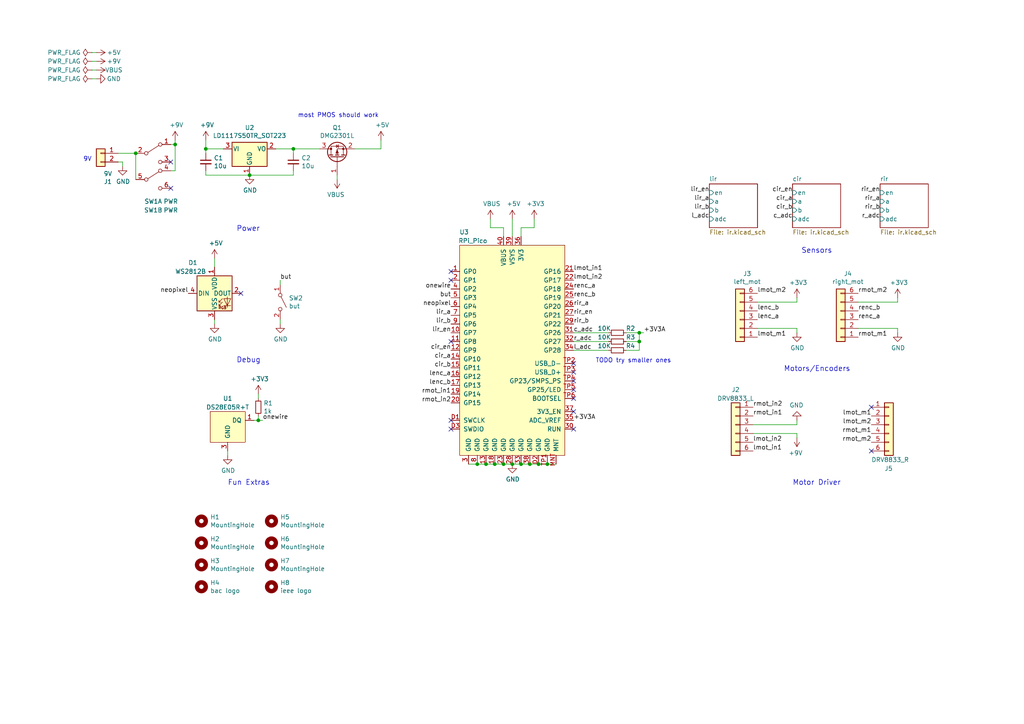
<source format=kicad_sch>
(kicad_sch (version 20211123) (generator eeschema)
  (paper "A4")
  (title_block (title "MMv3") (rev "1"))
  (lib_symbols
    (symbol "Connector_Generic:Conn_01x02" (pin_names (offset 1.016) hide)
      (property "Reference" "J" (at 0 2.54 0))
      (property "Value" "Conn_01x02" (at 0 -5.08 0))
      (symbol "Conn_01x02_1_1"
        (rectangle (start -1.27 -2.413) (end 0 -2.667) (stroke (width 0.1524)))
        (rectangle (start -1.27 0.127) (end 0 -0.127) (stroke (width 0.1524)))
        (rectangle (start -1.27 1.27) (end 1.27 -3.81) (stroke (width 0.254)) (fill (type background)))
        (pin passive line (at -5.08 0 0) (length 3.81) (name "Pin_1") (number "1"))
        (pin passive line (at -5.08 -2.54 0) (length 3.81) (name "Pin_2") (number "2"))
      )
    )
    (symbol "Connector_Generic:Conn_01x06" (pin_names (offset 1.016) hide)
      (property "Reference" "J" (at 0 7.62 0))
      (property "Value" "Conn_01x06" (at 0 -10.16 0))
      (symbol "Conn_01x06_1_1"
        (rectangle (start -1.27 -7.493) (end 0 -7.747) (stroke (width 0.1524)))
        (rectangle (start -1.27 -4.953) (end 0 -5.207) (stroke (width 0.1524)))
        (rectangle (start -1.27 -2.413) (end 0 -2.667) (stroke (width 0.1524)))
        (rectangle (start -1.27 0.127) (end 0 -0.127) (stroke (width 0.1524)))
        (rectangle (start -1.27 2.667) (end 0 2.413) (stroke (width 0.1524)))
        (rectangle (start -1.27 5.207) (end 0 4.953) (stroke (width 0.1524)))
        (rectangle (start -1.27 6.35) (end 1.27 -8.89) (stroke (width 0.254)) (fill (type background)))
        (pin passive line (at -5.08 5.08 0) (length 3.81) (name "Pin_1") (number "1"))
        (pin passive line (at -5.08 2.54 0) (length 3.81) (name "Pin_2") (number "2"))
        (pin passive line (at -5.08 0 0) (length 3.81) (name "Pin_3") (number "3"))
        (pin passive line (at -5.08 -2.54 0) (length 3.81) (name "Pin_4") (number "4"))
        (pin passive line (at -5.08 -5.08 0) (length 3.81) (name "Pin_5") (number "5"))
        (pin passive line (at -5.08 -7.62 0) (length 3.81) (name "Pin_6") (number "6"))
      )
    )
    (symbol "Device:C_Small" (pin_numbers hide) (pin_names (offset 0.254) hide)
      (property "Reference" "C" (at 0.254 1.778 0))
      (property "Value" "C_Small" (at 0.254 -2.032 0))
      (symbol "C_Small_0_1"
        (polyline (pts (xy -1.524 -0.508) (xy 1.524 -0.508)) (stroke (width 0.3302)))
        (polyline (pts (xy -1.524 0.508) (xy 1.524 0.508)) (stroke (width 0.3048)))
      )
      (symbol "C_Small_1_1"
        (pin passive line (at 0 2.54 270) (length 2.032) (name "~") (number "1"))
        (pin passive line (at 0 -2.54 90) (length 2.032) (name "~") (number "2"))
      )
    )
    (symbol "Device:R_Small" (pin_numbers hide) (pin_names (offset 0.254) hide)
      (property "Reference" "R" (at 0.762 0.508 0))
      (property "Value" "R_Small" (at 0.762 -1.016 0))
      (symbol "R_Small_0_1"
        (rectangle (start -0.762 1.778) (end 0.762 -1.778) (stroke (width 0.2032)))
      )
      (symbol "R_Small_1_1"
        (pin passive line (at 0 2.54 270) (length 0.762) (name "~") (number "1"))
        (pin passive line (at 0 -2.54 90) (length 0.762) (name "~") (number "2"))
      )
    )
    (symbol "LED:WS2812B" (pin_names (offset 0.254))
      (property "Reference" "D" (at 5.08 5.715 0))
      (property "Value" "WS2812B" (at 1.27 -5.715 0))
      (symbol "WS2812B_0_0"
        (text "RGB" (at 2.286 -4.191 0) (effects (font (size 0.762 0.762))))
      )
      (symbol "WS2812B_0_1"
        (polyline (pts (xy 1.27 -3.556) (xy 1.778 -3.556)))
        (polyline (pts (xy 1.27 -2.54) (xy 1.778 -2.54)))
        (polyline (pts (xy 4.699 -3.556) (xy 2.667 -3.556)))
        (polyline (pts (xy 2.286 -2.54) (xy 1.27 -3.556) (xy 1.27 -3.048)))
        (polyline (pts (xy 2.286 -1.524) (xy 1.27 -2.54) (xy 1.27 -2.032)))
        (polyline (pts (xy 3.683 -1.016) (xy 3.683 -3.556) (xy 3.683 -4.064)))
        (polyline (pts (xy 4.699 -1.524) (xy 2.667 -1.524) (xy 3.683 -3.556) (xy 4.699 -1.524)))
        (rectangle (start 5.08 5.08) (end -5.08 -5.08) (stroke (width 0.254)) (fill (type background)))
      )
      (symbol "WS2812B_1_1"
        (pin power_in line (at 0 7.62 270) (length 2.54) (name "VDD") (number "1"))
        (pin output line (at 7.62 0 180) (length 2.54) (name "DOUT") (number "2"))
        (pin power_in line (at 0 -7.62 90) (length 2.54) (name "VSS") (number "3"))
        (pin input line (at -7.62 0 0) (length 2.54) (name "DIN") (number "4"))
      )
    )
    (symbol "Mechanical:MountingHole" (pin_names (offset 1.016))
      (property "Reference" "H" (at 0 5.08 0))
      (property "Value" "MountingHole" (at 0 3.175 0))
      (symbol "MountingHole_0_1"
        (circle (center 0 0) (radius 1.27) (stroke (width 1.27)))
      )
    )
    (symbol "Regulator_Linear:LD1117S50TR_SOT223" (pin_names (offset 0.254))
      (property "Reference" "U" (at -3.81 3.175 0))
      (property "Value" "LD1117S50TR_SOT223" (at 0 3.175 0))
      (symbol "LD1117S50TR_SOT223_0_1"
        (rectangle (start -5.08 -5.08) (end 5.08 1.905) (stroke (width 0.254)) (fill (type background)))
      )
      (symbol "LD1117S50TR_SOT223_1_1"
        (pin power_in line (at 0 -7.62 90) (length 2.54) (name "GND") (number "1"))
        (pin power_out line (at 7.62 0 180) (length 2.54) (name "VO") (number "2"))
        (pin power_in line (at -7.62 0 0) (length 2.54) (name "VI") (number "3"))
      )
    )
    (symbol "Switch:SW_DPDT_x2" (pin_names (offset 0) hide)
      (property "Reference" "SW" (at 0 4.318 0))
      (property "Value" "SW_DPDT_x2" (at 0 -5.08 0))
      (symbol "SW_DPDT_x2_0_0"
        (circle (center -2.032 0) (radius 0.508))
        (circle (center 2.032 -2.54) (radius 0.508))
      )
      (symbol "SW_DPDT_x2_0_1"
        (polyline (pts (xy -1.524 0.254) (xy 1.651 2.286)))
        (circle (center 2.032 2.54) (radius 0.508))
      )
      (symbol "SW_DPDT_x2_1_1"
        (pin passive line (at 5.08 2.54 180) (length 2.54) (name "A") (number "1"))
        (pin passive line (at -5.08 0 0) (length 2.54) (name "B") (number "2"))
        (pin passive line (at 5.08 -2.54 180) (length 2.54) (name "C") (number "3"))
      )
      (symbol "SW_DPDT_x2_2_1"
        (pin passive line (at 5.08 2.54 180) (length 2.54) (name "A") (number "4"))
        (pin passive line (at -5.08 0 0) (length 2.54) (name "B") (number "5"))
        (pin passive line (at 5.08 -2.54 180) (length 2.54) (name "C") (number "6"))
      )
    )
    (symbol "Switch:SW_SPST" (pin_names (offset 0) hide)
      (property "Reference" "SW" (at 0 3.175 0))
      (property "Value" "SW_SPST" (at 0 -2.54 0))
      (symbol "SW_SPST_0_0"
        (circle (center -2.032 0) (radius 0.508))
        (polyline (pts (xy -1.524 0.254) (xy 1.524 1.778)))
        (circle (center 2.032 0) (radius 0.508))
      )
      (symbol "SW_SPST_1_1"
        (pin passive line (at -5.08 0 0) (length 2.54) (name "A") (number "1"))
        (pin passive line (at 5.08 0 180) (length 2.54) (name "B") (number "2"))
      )
    )
    (symbol "Transistor_FET:DMG2301L" (pin_names hide)
      (property "Reference" "Q" (at 5.08 1.905 0))
      (property "Value" "DMG2301L" (at 5.08 0 0))
      (symbol "DMG2301L_0_1"
        (polyline (pts (xy 0.254 0) (xy -2.54 0)))
        (polyline (pts (xy 0.254 1.905) (xy 0.254 -1.905)) (stroke (width 0.254)))
        (polyline (pts (xy 0.762 -1.27) (xy 0.762 -2.286)) (stroke (width 0.254)))
        (polyline (pts (xy 0.762 0.508) (xy 0.762 -0.508)) (stroke (width 0.254)))
        (polyline (pts (xy 0.762 2.286) (xy 0.762 1.27)) (stroke (width 0.254)))
        (polyline (pts (xy 2.54 2.54) (xy 2.54 1.778)))
        (polyline (pts (xy 2.54 -2.54) (xy 2.54 0) (xy 0.762 0)))
        (polyline (pts (xy 0.762 1.778) (xy 3.302 1.778) (xy 3.302 -1.778) (xy 0.762 -1.778)))
        (polyline (pts (xy 2.286 0) (xy 1.27 0.381) (xy 1.27 -0.381) (xy 2.286 0)) (fill (type outline)))
        (polyline (pts (xy 2.794 -0.508) (xy 2.921 -0.381) (xy 3.683 -0.381) (xy 3.81 -0.254)))
        (polyline (pts (xy 3.302 -0.381) (xy 2.921 0.254) (xy 3.683 0.254) (xy 3.302 -0.381)))
        (circle (center 1.651 0) (radius 2.794) (stroke (width 0.254)))
        (circle (center 2.54 -1.778) (radius 0.254) (fill (type outline)))
        (circle (center 2.54 1.778) (radius 0.254) (fill (type outline)))
      )
      (symbol "DMG2301L_1_1"
        (pin input line (at -5.08 0 0) (length 2.54) (name "G") (number "1"))
        (pin passive line (at 2.54 -5.08 90) (length 2.54) (name "S") (number "2"))
        (pin passive line (at 2.54 5.08 270) (length 2.54) (name "D") (number "3"))
      )
    )
    (symbol "extraparts:DS28E05R+T" (pin_names (offset 1.016))
      (property "Reference" "U" (at 0 6.35 0))
      (property "Value" "extraparts_DS28E05R+T" (at 0 3.81 0))
      (symbol "DS28E05R+T_0_1"
        (rectangle (start 5.08 -6.35) (end -5.08 2.54) (fill (type background)))
      )
      (symbol "DS28E05R+T_1_1"
        (pin bidirectional line (at 7.62 0 180) (length 2.54) (name "DQ") (number "1"))
        (pin no_connect line (at -5.08 0 0) (length 2.54) hide (name "NC") (number "2"))
        (pin bidirectional line (at 0 -8.89 90) (length 2.54) (name "GND") (number "3"))
      )
    )
    (symbol "extraparts:RPi_Pico" (pin_names (offset 1.016))
      (property "Reference" "U" (at -13.97 34.29 0))
      (property "Value" "extraparts_RPi_Pico" (at -11.43 31.75 0))
      (symbol "RPi_Pico_0_1"
        (rectangle (start -15.24 -30.48) (end 15.24 30.48) (fill (type background)))
      )
      (symbol "RPi_Pico_1_1"
        (pin bidirectional line (at -17.78 22.86 0) (length 2.54) (name "GP0") (number "1"))
        (pin bidirectional line (at -17.78 5.08 0) (length 2.54) (name "GP7") (number "10"))
        (pin bidirectional line (at -17.78 2.54 0) (length 2.54) (name "GP8") (number "11"))
        (pin bidirectional line (at -17.78 0 0) (length 2.54) (name "GP9") (number "12"))
        (pin power_in line (at -7.62 -33.02 90) (length 2.54) (name "GND") (number "13"))
        (pin bidirectional line (at -17.78 -2.54 0) (length 2.54) (name "GP10") (number "14"))
        (pin bidirectional line (at -17.78 -5.08 0) (length 2.54) (name "GP11") (number "15"))
        (pin bidirectional line (at -17.78 -7.62 0) (length 2.54) (name "GP12") (number "16"))
        (pin bidirectional line (at -17.78 -10.16 0) (length 2.54) (name "GP13") (number "17"))
        (pin power_in line (at -5.08 -33.02 90) (length 2.54) (name "GND") (number "18"))
        (pin bidirectional line (at -17.78 -12.7 0) (length 2.54) (name "GP14") (number "19"))
        (pin bidirectional line (at -17.78 20.32 0) (length 2.54) (name "GP1") (number "2"))
        (pin bidirectional line (at -17.78 -15.24 0) (length 2.54) (name "GP15") (number "20"))
        (pin bidirectional line (at 17.78 22.86 180) (length 2.54) (name "GP16") (number "21"))
        (pin bidirectional line (at 17.78 20.32 180) (length 2.54) (name "GP17") (number "22"))
        (pin power_in line (at -2.54 -33.02 90) (length 2.54) (name "GND") (number "23"))
        (pin bidirectional line (at 17.78 17.78 180) (length 2.54) (name "GP18") (number "24"))
        (pin bidirectional line (at 17.78 15.24 180) (length 2.54) (name "GP19") (number "25"))
        (pin bidirectional line (at 17.78 12.7 180) (length 2.54) (name "GP20") (number "26"))
        (pin bidirectional line (at 17.78 10.16 180) (length 2.54) (name "GP21") (number "27"))
        (pin power_in line (at 0 -33.02 90) (length 2.54) (name "GND") (number "28"))
        (pin bidirectional line (at 17.78 7.62 180) (length 2.54) (name "GP22") (number "29"))
        (pin power_in line (at -12.7 -33.02 90) (length 2.54) (name "GND") (number "3"))
        (pin input line (at 17.78 -22.86 180) (length 2.54) (name "RUN") (number "30"))
        (pin bidirectional line (at 17.78 5.08 180) (length 2.54) (name "GP26") (number "31"))
        (pin bidirectional line (at 17.78 2.54 180) (length 2.54) (name "GP27") (number "32"))
        (pin power_in line (at 2.54 -33.02 90) (length 2.54) (name "GND") (number "33"))
        (pin bidirectional line (at 17.78 0 180) (length 2.54) (name "GP28") (number "34"))
        (pin input line (at 17.78 -20.32 180) (length 2.54) (name "ADC_VREF") (number "35"))
        (pin power_out line (at 2.54 33.02 270) (length 2.54) (name "3V3") (number "36"))
        (pin input line (at 17.78 -17.78 180) (length 2.54) (name "3V3_EN") (number "37"))
        (pin power_in line (at 5.08 -33.02 90) (length 2.54) (name "GND") (number "38"))
        (pin power_in line (at 0 33.02 270) (length 2.54) (name "VSYS") (number "39"))
        (pin bidirectional line (at -17.78 17.78 0) (length 2.54) (name "GP2") (number "4"))
        (pin power_in line (at -2.54 33.02 270) (length 2.54) (name "VBUS") (number "40"))
        (pin bidirectional line (at -17.78 15.24 0) (length 2.54) (name "GP3") (number "5"))
        (pin bidirectional line (at -17.78 12.7 0) (length 2.54) (name "GP4") (number "6"))
        (pin bidirectional line (at -17.78 10.16 0) (length 2.54) (name "GP5") (number "7"))
        (pin power_in line (at -10.16 -33.02 90) (length 2.54) (name "GND") (number "8"))
        (pin bidirectional line (at -17.78 7.62 0) (length 2.54) (name "GP6") (number "9"))
        (pin input line (at -17.78 -20.32 0) (length 2.54) (name "SWCLK") (number "D1"))
        (pin power_in line (at 7.62 -33.02 90) (length 2.54) (name "GND") (number "D2"))
        (pin bidirectional line (at -17.78 -22.86 0) (length 2.54) (name "SWDIO") (number "D3"))
        (pin input line (at 12.7 -33.02 90) (length 2.54) (name "MNT") (number "MNT"))
        (pin power_in line (at 10.16 -33.02 90) (length 2.54) (name "GND") (number "TP1"))
        (pin bidirectional line (at 17.78 -3.81 180) (length 2.54) (name "USB_D-") (number "TP2"))
        (pin bidirectional line (at 17.78 -6.35 180) (length 2.54) (name "USB_D+") (number "TP3"))
        (pin bidirectional line (at 17.78 -8.89 180) (length 2.54) (name "GP23/SMPS_PS") (number "TP4"))
        (pin bidirectional line (at 17.78 -11.43 180) (length 2.54) (name "GP25/LED") (number "TP5"))
        (pin input line (at 17.78 -13.97 180) (length 2.54) (name "BOOTSEL") (number "TP6"))
      )
    )
    (symbol "power:+3V3" (power) (pin_names (offset 0))
      (property "Value" "+3V3" (at 0 3.556 0))
      (symbol "+3V3_0_1"
        (polyline (pts (xy -0.762 1.27) (xy 0 2.54)))
        (polyline (pts (xy 0 0) (xy 0 2.54)))
        (polyline (pts (xy 0 2.54) (xy 0.762 1.27)))
      )
      (symbol "+3V3_1_1"
        (pin power_in line (at 0 0 90) (length 0) hide (name "+3V3") (number "1"))
      )
    )
    (symbol "power:+5V" (power) (pin_names (offset 0))
      (property "Value" "+5V" (at 0 3.556 0))
      (symbol "+5V_0_1"
        (polyline (pts (xy -0.762 1.27) (xy 0 2.54)))
        (polyline (pts (xy 0 0) (xy 0 2.54)))
        (polyline (pts (xy 0 2.54) (xy 0.762 1.27)))
      )
      (symbol "+5V_1_1"
        (pin power_in line (at 0 0 90) (length 0) hide (name "+5V") (number "1"))
      )
    )
    (symbol "power:+9V" (power) (pin_names (offset 0))
      (property "Value" "+9V" (at 0 3.556 0))
      (symbol "+9V_0_1"
        (polyline (pts (xy -0.762 1.27) (xy 0 2.54)))
        (polyline (pts (xy 0 0) (xy 0 2.54)))
        (polyline (pts (xy 0 2.54) (xy 0.762 1.27)))
      )
      (symbol "+9V_1_1"
        (pin power_in line (at 0 0 90) (length 0) hide (name "+9V") (number "1"))
      )
    )
    (symbol "power:GND" (power) (pin_names (offset 0))
      (property "Value" "GND" (at 0 -3.81 0))
      (symbol "GND_0_1"
        (polyline (pts (xy 0 0) (xy 0 -1.27) (xy 1.27 -1.27) (xy 0 -2.54) (xy -1.27 -1.27) (xy 0 -1.27)))
      )
      (symbol "GND_1_1"
        (pin power_in line (at 0 0 270) (length 0) hide (name "GND") (number "1"))
      )
    )
    (symbol "power:PWR_FLAG" (power) (pin_numbers hide) (pin_names (offset 0) hide)
      (property "Value" "PWR_FLAG" (at 0 3.81 0))
      (symbol "PWR_FLAG_0_0"
        (pin power_out line (at 0 0 90) (length 0) (name "pwr") (number "1"))
      )
      (symbol "PWR_FLAG_0_1"
        (polyline (pts (xy 0 0) (xy 0 1.27) (xy -1.016 1.905) (xy 0 2.54) (xy 1.016 1.905) (xy 0 1.27)))
      )
    )
    (symbol "power:VBUS" (power) (pin_names (offset 0))
      (property "Value" "VBUS" (at 0 3.81 0))
      (symbol "VBUS_0_1"
        (polyline (pts (xy -0.762 1.27) (xy 0 2.54)))
        (polyline (pts (xy 0 0) (xy 0 2.54)))
        (polyline (pts (xy 0 2.54) (xy 0.762 1.27)))
      )
      (symbol "VBUS_1_1"
        (pin power_in line (at 0 0 90) (length 0) hide (name "VBUS") (number "1"))
      )
    )
  )
  (junction (at 185.42 96.52))
  (junction (at 185.42 99.06))
  (junction (at 50.8 41.91))
  (junction (at 151.13 134.62))
  (junction (at 39.37 44.45))
  (junction (at 143.51 134.62))
  (junction (at 158.75 134.62))
  (junction (at 138.43 134.62))
  (junction (at 74.93 121.92))
  (junction (at 59.69 43.18))
  (junction (at 156.21 134.62))
  (junction (at 72.39 50.8))
  (junction (at 85.09 43.18))
  (junction (at 153.67 134.62))
  (junction (at 140.97 134.62))
  (junction (at 146.05 134.62))
  (junction (at 148.59 134.62))
  (no_connect (at 166.37 124.46))
  (no_connect (at 130.81 81.28))
  (no_connect (at 49.53 54.61))
  (no_connect (at 130.81 78.74))
  (no_connect (at 166.37 107.95))
  (no_connect (at 69.85 85.09))
  (no_connect (at 166.37 115.57))
  (no_connect (at 49.53 46.99))
  (no_connect (at 130.81 99.06))
  (no_connect (at 252.73 118.11))
  (no_connect (at 166.37 105.41))
  (no_connect (at 166.37 113.03))
  (no_connect (at 166.37 110.49))
  (no_connect (at 130.81 124.46))
  (no_connect (at 130.81 121.92))
  (no_connect (at 252.73 130.81))
  (no_connect (at 166.37 119.38))
  (wire (pts (xy 76.2 121.92) (xy 74.93 121.92)))
  (wire (pts (xy 142.24 66.04) (xy 146.05 66.04)))
  (wire (pts (xy 231.14 95.25) (xy 219.71 95.25)))
  (wire (pts (xy 143.51 134.62) (xy 146.05 134.62)))
  (wire (pts (xy 74.93 120.65) (xy 74.93 121.92)))
  (wire (pts (xy 219.71 87.63) (xy 231.14 87.63)))
  (wire (pts (xy 153.67 134.62) (xy 156.21 134.62)))
  (wire (pts (xy 35.56 48.26) (xy 35.56 46.99)))
  (wire (pts (xy 158.75 134.62) (xy 161.29 134.62)))
  (wire (pts (xy 231.14 125.73) (xy 231.14 127)))
  (wire (pts (xy 248.92 87.63) (xy 260.35 87.63)))
  (wire (pts (xy 35.56 46.99) (xy 34.29 46.99)))
  (wire (pts (xy 27.94 17.78) (xy 26.67 17.78)))
  (wire (pts (xy 148.59 68.58) (xy 148.59 63.5)))
  (wire (pts (xy 231.14 87.63) (xy 231.14 86.36)))
  (wire (pts (xy 97.79 50.8) (xy 97.79 52.07)))
  (wire (pts (xy 26.67 20.32) (xy 27.94 20.32)))
  (wire (pts (xy 59.69 43.18) (xy 64.77 43.18)))
  (wire (pts (xy 151.13 66.04) (xy 154.94 66.04)))
  (wire (pts (xy 186.69 96.52) (xy 185.42 96.52)))
  (wire (pts (xy 185.42 99.06) (xy 185.42 96.52)))
  (wire (pts (xy 85.09 44.45) (xy 85.09 43.18)))
  (wire (pts (xy 166.37 96.52) (xy 176.53 96.52)))
  (wire (pts (xy 166.37 101.6) (xy 176.53 101.6)))
  (wire (pts (xy 59.69 49.53) (xy 59.69 50.8)))
  (wire (pts (xy 148.59 134.62) (xy 151.13 134.62)))
  (wire (pts (xy 72.39 50.8) (xy 85.09 50.8)))
  (wire (pts (xy 151.13 134.62) (xy 153.67 134.62)))
  (wire (pts (xy 151.13 68.58) (xy 151.13 66.04)))
  (wire (pts (xy 62.23 74.93) (xy 62.23 77.47)))
  (wire (pts (xy 102.87 43.18) (xy 110.49 43.18)))
  (wire (pts (xy 181.61 99.06) (xy 185.42 99.06)))
  (wire (pts (xy 85.09 50.8) (xy 85.09 49.53)))
  (wire (pts (xy 59.69 40.64) (xy 59.69 43.18)))
  (wire (pts (xy 85.09 43.18) (xy 80.01 43.18)))
  (wire (pts (xy 181.61 101.6) (xy 185.42 101.6)))
  (wire (pts (xy 49.53 49.53) (xy 50.8 49.53)))
  (wire (pts (xy 185.42 101.6) (xy 185.42 99.06)))
  (wire (pts (xy 59.69 44.45) (xy 59.69 43.18)))
  (wire (pts (xy 81.28 81.28) (xy 81.28 82.55)))
  (wire (pts (xy 34.29 44.45) (xy 39.37 44.45)))
  (wire (pts (xy 146.05 134.62) (xy 148.59 134.62)))
  (wire (pts (xy 66.04 132.08) (xy 66.04 130.81)))
  (wire (pts (xy 26.67 22.86) (xy 27.94 22.86)))
  (wire (pts (xy 231.14 121.92) (xy 231.14 123.19)))
  (wire (pts (xy 39.37 52.07) (xy 39.37 44.45)))
  (wire (pts (xy 231.14 96.52) (xy 231.14 95.25)))
  (wire (pts (xy 146.05 66.04) (xy 146.05 68.58)))
  (wire (pts (xy 260.35 96.52) (xy 260.35 95.25)))
  (wire (pts (xy 260.35 95.25) (xy 248.92 95.25)))
  (wire (pts (xy 135.89 134.62) (xy 138.43 134.62)))
  (wire (pts (xy 27.94 15.24) (xy 26.67 15.24)))
  (wire (pts (xy 59.69 50.8) (xy 72.39 50.8)))
  (wire (pts (xy 231.14 123.19) (xy 218.44 123.19)))
  (wire (pts (xy 218.44 125.73) (xy 231.14 125.73)))
  (wire (pts (xy 260.35 87.63) (xy 260.35 86.36)))
  (wire (pts (xy 140.97 134.62) (xy 143.51 134.62)))
  (wire (pts (xy 62.23 93.98) (xy 62.23 92.71)))
  (wire (pts (xy 138.43 134.62) (xy 140.97 134.62)))
  (wire (pts (xy 74.93 115.57) (xy 74.93 114.3)))
  (wire (pts (xy 92.71 43.18) (xy 85.09 43.18)))
  (wire (pts (xy 74.93 121.92) (xy 73.66 121.92)))
  (wire (pts (xy 156.21 134.62) (xy 158.75 134.62)))
  (wire (pts (xy 50.8 49.53) (xy 50.8 41.91)))
  (wire (pts (xy 154.94 66.04) (xy 154.94 63.5)))
  (wire (pts (xy 142.24 63.5) (xy 142.24 66.04)))
  (wire (pts (xy 110.49 43.18) (xy 110.49 40.64)))
  (wire (pts (xy 181.61 96.52) (xy 185.42 96.52)))
  (wire (pts (xy 166.37 99.06) (xy 176.53 99.06)))
  (wire (pts (xy 50.8 40.64) (xy 50.8 41.91)))
  (wire (pts (xy 50.8 41.91) (xy 49.53 41.91)))
  (wire (pts (xy 81.28 93.98) (xy 81.28 92.71)))
  (text "TODO try smaller ones" (at 172.72 105.41 0) (effects (font (size 1.27 1.27)) (justify left bottom)))
  (text "Motor Driver" (at 229.87 140.97 0) (effects (font (size 1.4986 1.4986)) (justify left bottom)))
  (text "Sensors" (at 232.41 73.66 0) (effects (font (size 1.4986 1.4986)) (justify left bottom)))
  (text "Power" (at 68.58 67.31 0) (effects (font (size 1.4986 1.4986)) (justify left bottom)))
  (text "Motors/Encoders" (at 227.33 107.95 0) (effects (font (size 1.4986 1.4986)) (justify left bottom)))
  (text "9V" (at 24.13 46.99 0) (effects (font (size 1.27 1.27)) (justify left bottom)))
  (text "most PMOS should work" (at 86.36 34.29 0) (effects (font (size 1.27 1.27)) (justify left bottom)))
  (text "Debug" (at 68.58 105.41 0) (effects (font (size 1.4986 1.4986)) (justify left bottom)))
  (text "Fun Extras" (at 66.04 140.97 0) (effects (font (size 1.4986 1.4986)) (justify left bottom)))
  (label "rmot_m2" (at 248.92 85.09 0))
  (label "lenc_b" (at 130.81 111.76 180))
  (label "rmot_in1" (at 218.44 120.65 0))
  (label "lmot_in2" (at 218.44 128.27 0))
  (label "but" (at 130.81 86.36 180))
  (label "cir_en" (at 229.87 55.88 180))
  (label "l_adc" (at 205.74 63.5 180))
  (label "lenc_b" (at 219.71 90.17 0))
  (label "neopixel" (at 130.81 88.9 180))
  (label "lir_a" (at 205.74 58.42 180))
  (label "r_adc" (at 255.27 63.5 180))
  (label "rmot_in2" (at 218.44 118.11 0))
  (label "cir_a" (at 229.87 58.42 180))
  (label "rir_a" (at 166.37 88.9 0))
  (label "lir_b" (at 130.81 93.98 180))
  (label "onewire" (at 130.81 83.82 180))
  (label "l_adc" (at 166.37 101.6 0))
  (label "rir_en" (at 255.27 55.88 180))
  (label "lmot_m1" (at 219.71 97.79 0))
  (label "rmot_m1" (at 248.92 97.79 0))
  (label "rir_a" (at 255.27 58.42 180))
  (label "+3V3A" (at 166.37 121.92 0))
  (label "onewire" (at 76.2 121.92 0))
  (label "cir_a" (at 130.81 104.14 180))
  (label "lenc_a" (at 219.71 92.71 0))
  (label "lir_en" (at 205.74 55.88 180))
  (label "lir_b" (at 205.74 60.96 180))
  (label "rmot_in1" (at 130.81 114.3 180))
  (label "renc_b" (at 248.92 90.17 0))
  (label "lir_a" (at 130.81 91.44 180))
  (label "neopixel" (at 54.61 85.09 180))
  (label "lmot_m2" (at 219.71 85.09 0))
  (label "rir_b" (at 255.27 60.96 180))
  (label "lmot_m2" (at 252.73 123.19 180))
  (label "rir_en" (at 166.37 91.44 0))
  (label "rmot_m1" (at 252.73 125.73 180))
  (label "lenc_a" (at 130.81 109.22 180))
  (label "lmot_in2" (at 166.37 81.28 0))
  (label "+3V3A" (at 186.69 96.52 0))
  (label "cir_en" (at 130.81 101.6 180))
  (label "lir_en" (at 130.81 96.52 180))
  (label "renc_a" (at 166.37 83.82 0))
  (label "c_adc" (at 229.87 63.5 180))
  (label "rir_b" (at 166.37 93.98 0))
  (label "r_adc" (at 166.37 99.06 0))
  (label "cir_b" (at 229.87 60.96 180))
  (label "rmot_in2" (at 130.81 116.84 180))
  (label "cir_b" (at 130.81 106.68 180))
  (label "lmot_in1" (at 166.37 78.74 0))
  (label "lmot_m1" (at 252.73 120.65 180))
  (label "rmot_m2" (at 252.73 128.27 180))
  (label "lmot_in1" (at 218.44 130.81 0))
  (label "but" (at 81.28 81.28 0))
  (label "renc_a" (at 248.92 92.71 0))
  (label "renc_b" (at 166.37 86.36 0))
  (label "c_adc" (at 166.37 96.52 0))
  (symbol (lib_id "extraparts:RPi_Pico") (at 148.59 101.6 0) (unit 1)
    (property "Reference" "U3" (at 134.62 67.31 0))
    (property "Value" "RPi_Pico" (at 137.16 69.85 0))
    (property "Footprint" "extraparts:RPi_Pico_SMD" (effects hide))
  )
  (symbol (lib_id "power:+9V") (at 50.8 40.64 0) (unit 1)
    (property "Reference" "#PWR06" (effects hide))
    (property "Value" "+9V" (at 51.181 36.2458 0))
  )
  (symbol (lib_id "Regulator_Linear:LD1117S50TR_SOT223") (at 72.39 43.18 0) (unit 1)
    (property "Reference" "U2" (at 72.39 37.0332 0))
    (property "Value" "LD1117S50TR_SOT223" (at 72.39 39.3446 0))
    (property "Footprint" "Package_TO_SOT_SMD:SOT-223-3_TabPin2" (effects hide))
    (property "Datasheet" "http://www.st.com/st-web-ui/static/active/en/resource/technical/document/datasheet/CD00000544.pdf" (effects hide))
  )
  (symbol (lib_id "Device:C_Small") (at 59.69 46.99 0) (unit 1)
    (property "Reference" "C1" (at 62.0268 45.8216 0) (effects (justify left)))
    (property "Value" "10u" (at 62.0268 48.133 0) (effects (justify left)))
    (property "Footprint" "Capacitor_SMD:C_0805_2012Metric" (effects hide))
  )
  (symbol (lib_id "Device:C_Small") (at 85.09 46.99 0) (unit 1)
    (property "Reference" "C2" (at 87.4268 45.8216 0) (effects (justify left)))
    (property "Value" "10u" (at 87.4268 48.133 0) (effects (justify left)))
    (property "Footprint" "Capacitor_SMD:C_0805_2012Metric" (effects hide))
  )
  (symbol (lib_id "power:GND") (at 72.39 50.8 0) (unit 1)
    (property "Reference" "#PWR011" (effects hide))
    (property "Value" "GND" (at 72.517 55.1942 0))
  )
  (symbol (lib_id "power:+9V") (at 59.69 40.64 0) (unit 1)
    (property "Reference" "#PWR07" (effects hide))
    (property "Value" "+9V" (at 60.071 36.2458 0))
  )
  (symbol (lib_id "power:+5V") (at 148.59 63.5 0) (unit 1)
    (property "Reference" "#PWR017" (effects hide))
    (property "Value" "+5V" (at 148.971 59.1058 0))
  )
  (symbol (lib_id "power:+3V3") (at 154.94 63.5 0) (unit 1)
    (property "Reference" "#PWR019" (effects hide))
    (property "Value" "+3V3" (at 155.321 59.1058 0))
  )
  (symbol (lib_id "power:VBUS") (at 142.24 63.5 0) (unit 1)
    (property "Reference" "#PWR016" (effects hide))
    (property "Value" "VBUS" (at 142.621 59.1058 0))
  )
  (symbol (lib_id "power:VBUS") (at 97.79 52.07 180) (unit 1)
    (property "Reference" "#PWR014" (effects hide))
    (property "Value" "VBUS" (at 97.409 56.4642 0))
  )
  (symbol (lib_id "Switch:SW_SPST") (at 81.28 87.63 270) (unit 1)
    (property "Reference" "SW2" (at 83.7692 86.4616 90) (effects (justify left)))
    (property "Value" "but" (at 83.7692 88.773 90) (effects (justify left)))
    (property "Footprint" "Button_Switch_SMD:SW_SPST_PTS810" (effects hide))
  )
  (symbol (lib_id "LED:WS2812B") (at 62.23 85.09 0) (unit 1)
    (property "Reference" "D1" (at 54.61 76.2 0) (effects (justify left)))
    (property "Value" "WS2812B" (at 50.8 78.74 0) (effects (justify left)))
    (property "Footprint" "LED_SMD:LED_WS2812B_PLCC4_5.0x5.0mm_P3.2mm" (effects hide))
    (property "Datasheet" "https://cdn-shop.adafruit.com/datasheets/WS2812B.pdf" (effects hide))
  )
  (symbol (lib_id "power:+5V") (at 62.23 74.93 0) (unit 1)
    (property "Reference" "#PWR08" (effects hide))
    (property "Value" "+5V" (at 62.611 70.5358 0))
  )
  (symbol (lib_id "power:GND") (at 62.23 93.98 0) (unit 1)
    (property "Reference" "#PWR09" (effects hide))
    (property "Value" "GND" (at 62.357 98.3742 0))
  )
  (symbol (lib_id "power:GND") (at 81.28 93.98 0) (unit 1)
    (property "Reference" "#PWR013" (effects hide))
    (property "Value" "GND" (at 81.407 98.3742 0))
  )
  (symbol (lib_id "power:GND") (at 148.59 134.62 0) (unit 1)
    (property "Reference" "#PWR018" (effects hide))
    (property "Value" "GND" (at 148.717 139.0142 0))
  )
  (symbol (lib_id "power:+5V") (at 110.49 40.64 0) (unit 1)
    (property "Reference" "#PWR015" (effects hide))
    (property "Value" "+5V" (at 110.871 36.2458 0))
  )
  (symbol (lib_id "extraparts:DS28E05R+T") (at 66.04 121.92 0) (unit 1)
    (property "Reference" "U1" (at 66.04 115.57 0))
    (property "Value" "DS28E05R+T" (at 66.04 118.11 0))
    (property "Footprint" "Package_TO_SOT_SMD:SOT-23" (effects hide))
  )
  (symbol (lib_id "Device:R_Small") (at 74.93 118.11 0) (unit 1)
    (property "Reference" "R1" (at 76.4286 116.9416 0) (effects (justify left)))
    (property "Value" "1k" (at 76.4286 119.253 0) (effects (justify left)))
    (property "Footprint" "Resistor_SMD:R_0805_2012Metric" (effects hide))
  )
  (symbol (lib_id "power:+3V3") (at 74.93 114.3 0) (unit 1)
    (property "Reference" "#PWR012" (effects hide))
    (property "Value" "+3V3" (at 75.311 109.9058 0))
  )
  (symbol (lib_id "power:GND") (at 66.04 132.08 0) (unit 1)
    (property "Reference" "#PWR010" (effects hide))
    (property "Value" "GND" (at 66.167 136.4742 0))
  )
  (symbol (lib_id "Device:R_Small") (at 179.07 96.52 270) (unit 1)
    (property "Reference" "R2" (at 182.88 95.25 90))
    (property "Value" "10K" (at 175.26 95.25 90))
    (property "Footprint" "Resistor_SMD:R_0805_2012Metric" (effects hide))
  )
  (symbol (lib_id "Device:R_Small") (at 179.07 99.06 270) (unit 1)
    (property "Reference" "R3" (at 182.88 97.79 90))
    (property "Value" "10K" (at 175.26 97.79 90))
    (property "Footprint" "Resistor_SMD:R_0805_2012Metric" (effects hide))
  )
  (symbol (lib_id "Device:R_Small") (at 179.07 101.6 270) (unit 1)
    (property "Reference" "R4" (at 182.88 100.33 90))
    (property "Value" "10K" (at 175.26 100.33 90))
    (property "Footprint" "Resistor_SMD:R_0805_2012Metric" (effects hide))
  )
  (symbol (lib_id "Transistor_FET:DMG2301L") (at 97.79 45.72 90) (unit 1)
    (property "Reference" "Q1" (at 97.79 37.0332 90))
    (property "Value" "DMG2301L" (at 97.79 39.3446 90))
    (property "Footprint" "Package_TO_SOT_SMD:SOT-23" (effects hide))
    (property "Datasheet" "https://www.diodes.com/assets/Datasheets/DMG2301L.pdf" (effects hide))
  )
  (symbol (lib_id "Connector_Generic:Conn_01x06") (at 214.63 92.71 180) (unit 1)
    (property "Reference" "J3" (at 216.7128 79.375 0))
    (property "Value" "left_mot" (at 216.7128 81.6864 0))
    (property "Footprint" "extraparts:JST_ZH_Vert_6pin" (effects hide))
  )
  (symbol (lib_id "power:GND") (at 231.14 96.52 0) (unit 1)
    (property "Reference" "#PWR021" (effects hide))
    (property "Value" "GND" (at 231.267 100.9142 0))
  )
  (symbol (lib_id "power:+3V3") (at 231.14 86.36 0) (unit 1)
    (property "Reference" "#PWR020" (effects hide))
    (property "Value" "+3V3" (at 231.521 81.9658 0))
  )
  (symbol (lib_id "Connector_Generic:Conn_01x06") (at 243.84 92.71 180) (unit 1)
    (property "Reference" "J4" (at 245.9228 79.375 0))
    (property "Value" "right_mot" (at 245.9228 81.6864 0))
    (property "Footprint" "extraparts:JST_ZH_Vert_6pin" (effects hide))
  )
  (symbol (lib_id "power:GND") (at 260.35 96.52 0) (unit 1)
    (property "Reference" "#PWR025" (effects hide))
    (property "Value" "GND" (at 260.477 100.9142 0))
  )
  (symbol (lib_id "power:+3V3") (at 260.35 86.36 0) (unit 1)
    (property "Reference" "#PWR024" (effects hide))
    (property "Value" "+3V3" (at 260.731 81.9658 0))
  )
  (symbol (lib_id "Connector_Generic:Conn_01x06") (at 213.36 123.19 0) (mirror y) (unit 1)
    (property "Reference" "J2" (at 213.36 113.03 0))
    (property "Value" "DRV8833_L" (at 213.36 115.57 0))
    (property "Footprint" "Connector_PinSocket_2.54mm:PinSocket_1x06_P2.54mm_Vertical" (effects hide))
  )
  (symbol (lib_id "Connector_Generic:Conn_01x06") (at 257.81 123.19 0) (unit 1)
    (property "Reference" "J5" (at 256.54 135.89 0) (effects (justify left)))
    (property "Value" "DRV8833_R" (at 252.73 133.35 0) (effects (justify left)))
    (property "Footprint" "Connector_PinSocket_2.54mm:PinSocket_1x06_P2.54mm_Vertical" (effects hide))
  )
  (symbol (lib_id "power:GND") (at 231.14 121.92 180) (unit 1)
    (property "Reference" "#PWR022" (effects hide))
    (property "Value" "GND" (at 231.013 117.5258 0))
  )
  (symbol (lib_id "power:+9V") (at 231.14 127 180) (unit 1)
    (property "Reference" "#PWR023" (effects hide))
    (property "Value" "+9V" (at 230.759 131.3942 0))
  )
  (symbol (lib_id "Mechanical:MountingHole") (at 58.42 151.13 0) (unit 1)
    (property "Reference" "H1" (at 60.96 149.9616 0) (effects (justify left)))
    (property "Value" "MountingHole" (at 60.96 152.273 0) (effects (justify left)))
    (property "Footprint" "MountingHole:MountingHole_3.2mm_M3_Pad_TopBottom" (effects hide))
  )
  (symbol (lib_id "Switch:SW_DPDT_x2") (at 44.45 44.45 0) (unit 1)
    (property "Reference" "SW1" (at 44.45 58.42 0))
    (property "Value" "PWR" (at 49.53 58.42 0))
    (property "Footprint" "Button_Switch_THT:SW_CuK_JS202011CQN_DPDT_Straight" (effects hide))
  )
  (symbol (lib_id "Switch:SW_DPDT_x2") (at 44.45 52.07 0) (unit 2)
    (property "Reference" "SW1" (at 44.45 60.96 0))
    (property "Value" "PWR" (at 49.53 60.96 0))
    (property "Footprint" "Button_Switch_THT:SW_CuK_JS202011CQN_DPDT_Straight" (effects hide))
  )
  (symbol (lib_id "Mechanical:MountingHole") (at 58.42 170.18 0) (unit 1)
    (property "Reference" "H4" (at 60.96 169.0116 0) (effects (justify left)))
    (property "Value" "bac logo" (at 60.96 171.323 0) (effects (justify left)))
    (property "Footprint" "extraparts:bac_logo" (effects hide))
  )
  (symbol (lib_id "Mechanical:MountingHole") (at 78.74 170.18 0) (unit 1)
    (property "Reference" "H8" (at 81.28 169.0116 0) (effects (justify left)))
    (property "Value" "ieee logo" (at 81.28 171.323 0) (effects (justify left)))
    (property "Footprint" "extraparts:ieee_logo" (effects hide))
  )
  (symbol (lib_id "Connector_Generic:Conn_01x02") (at 29.21 44.45 0) (mirror y) (unit 1)
    (property "Reference" "J1" (at 31.2928 52.705 0))
    (property "Value" "9V" (at 31.2928 50.3936 0))
    (property "Footprint" "extraparts:Keystone_593_594" (effects hide))
  )
  (symbol (lib_id "power:GND") (at 35.56 48.26 0) (unit 1)
    (property "Reference" "#PWR05" (effects hide))
    (property "Value" "GND" (at 35.687 52.6542 0))
  )
  (symbol (lib_id "Mechanical:MountingHole") (at 58.42 157.48 0) (unit 1)
    (property "Reference" "H2" (at 60.96 156.3116 0) (effects (justify left)))
    (property "Value" "MountingHole" (at 60.96 158.623 0) (effects (justify left)))
    (property "Footprint" "MountingHole:MountingHole_3.2mm_M3_Pad_TopBottom" (effects hide))
  )
  (symbol (lib_id "Mechanical:MountingHole") (at 78.74 151.13 0) (unit 1)
    (property "Reference" "H5" (at 81.28 149.9616 0) (effects (justify left)))
    (property "Value" "MountingHole" (at 81.28 152.273 0) (effects (justify left)))
    (property "Footprint" "MountingHole:MountingHole_3.2mm_M3_Pad_TopBottom" (effects hide))
  )
  (symbol (lib_id "Mechanical:MountingHole") (at 78.74 157.48 0) (unit 1)
    (property "Reference" "H6" (at 81.28 156.3116 0) (effects (justify left)))
    (property "Value" "MountingHole" (at 81.28 158.623 0) (effects (justify left)))
    (property "Footprint" "MountingHole:MountingHole_3.2mm_M3_Pad_TopBottom" (effects hide))
  )
  (symbol (lib_id "power:PWR_FLAG") (at 26.67 15.24 90) (unit 1)
    (property "Reference" "#FLG01" (effects hide))
    (property "Value" "PWR_FLAG" (at 23.4188 15.24 90) (effects (justify left)))
  )
  (symbol (lib_id "power:+5V") (at 27.94 15.24 270) (unit 1)
    (property "Reference" "#PWR01" (effects hide))
    (property "Value" "+5V" (at 33.02 15.24 90))
  )
  (symbol (lib_id "power:+9V") (at 27.94 17.78 270) (unit 1)
    (property "Reference" "#PWR02" (effects hide))
    (property "Value" "+9V" (at 33.02 17.78 90))
  )
  (symbol (lib_id "power:PWR_FLAG") (at 26.67 17.78 90) (unit 1)
    (property "Reference" "#FLG02" (effects hide))
    (property "Value" "PWR_FLAG" (at 23.4188 17.78 90) (effects (justify left)))
  )
  (symbol (lib_id "power:VBUS") (at 27.94 20.32 270) (unit 1)
    (property "Reference" "#PWR03" (effects hide))
    (property "Value" "VBUS" (at 33.02 20.32 90))
  )
  (symbol (lib_id "power:PWR_FLAG") (at 26.67 20.32 90) (unit 1)
    (property "Reference" "#FLG03" (effects hide))
    (property "Value" "PWR_FLAG" (at 23.4188 20.32 90) (effects (justify left)))
  )
  (symbol (lib_id "power:GND") (at 27.94 22.86 90) (unit 1)
    (property "Reference" "#PWR04" (effects hide))
    (property "Value" "GND" (at 33.02 22.86 90))
  )
  (symbol (lib_id "power:PWR_FLAG") (at 26.67 22.86 90) (unit 1)
    (property "Reference" "#FLG04" (effects hide))
    (property "Value" "PWR_FLAG" (at 23.4188 22.86 90) (effects (justify left)))
  )
  (symbol (lib_id "Mechanical:MountingHole") (at 58.42 163.83 0) (unit 1)
    (property "Reference" "H3" (at 60.96 162.6616 0) (effects (justify left)))
    (property "Value" "MountingHole" (at 60.96 164.973 0) (effects (justify left)))
    (property "Footprint" "MountingHole:MountingHole_3.2mm_M3_Pad_TopBottom" (effects hide))
  )
  (symbol (lib_id "Mechanical:MountingHole") (at 78.74 163.83 0) (unit 1)
    (property "Reference" "H7" (at 81.28 162.6616 0) (effects (justify left)))
    (property "Value" "MountingHole" (at 81.28 164.973 0) (effects (justify left)))
    (property "Footprint" "MountingHole:MountingHole_3.2mm_M3_Pad_TopBottom" (effects hide))
  )
  (sheet (at 205.74 53.34) (size 13.97 12.7)
    (property "Sheet name" "lir" (at 205.74 52.6284 0) (effects (justify left bottom)))
    (property "Sheet file" "ir.kicad_sch" (at 205.74 66.6246 0) (effects (justify left top)))
    (pin "en" input (at 205.74 55.88 180))
    (pin "a" input (at 205.74 58.42 180))
    (pin "b" input (at 205.74 60.96 180))
    (pin "adc" input (at 205.74 63.5 180))
  )
  (sheet (at 229.87 53.34) (size 13.97 12.7)
    (property "Sheet name" "cir" (at 229.87 52.6284 0) (effects (justify left bottom)))
    (property "Sheet file" "ir.kicad_sch" (at 229.87 66.6246 0) (effects (justify left top)))
    (pin "en" input (at 229.87 55.88 180))
    (pin "a" input (at 229.87 58.42 180))
    (pin "b" input (at 229.87 60.96 180))
    (pin "adc" input (at 229.87 63.5 180))
  )
  (sheet (at 255.27 53.34) (size 13.97 12.7)
    (property "Sheet name" "rir" (at 255.27 52.6284 0) (effects (justify left bottom)))
    (property "Sheet file" "ir.kicad_sch" (at 255.27 66.6246 0) (effects (justify left top)))
    (pin "en" input (at 255.27 55.88 180))
    (pin "a" input (at 255.27 58.42 180))
    (pin "b" input (at 255.27 60.96 180))
    (pin "adc" input (at 255.27 63.5 180))
  )
)
</source>
